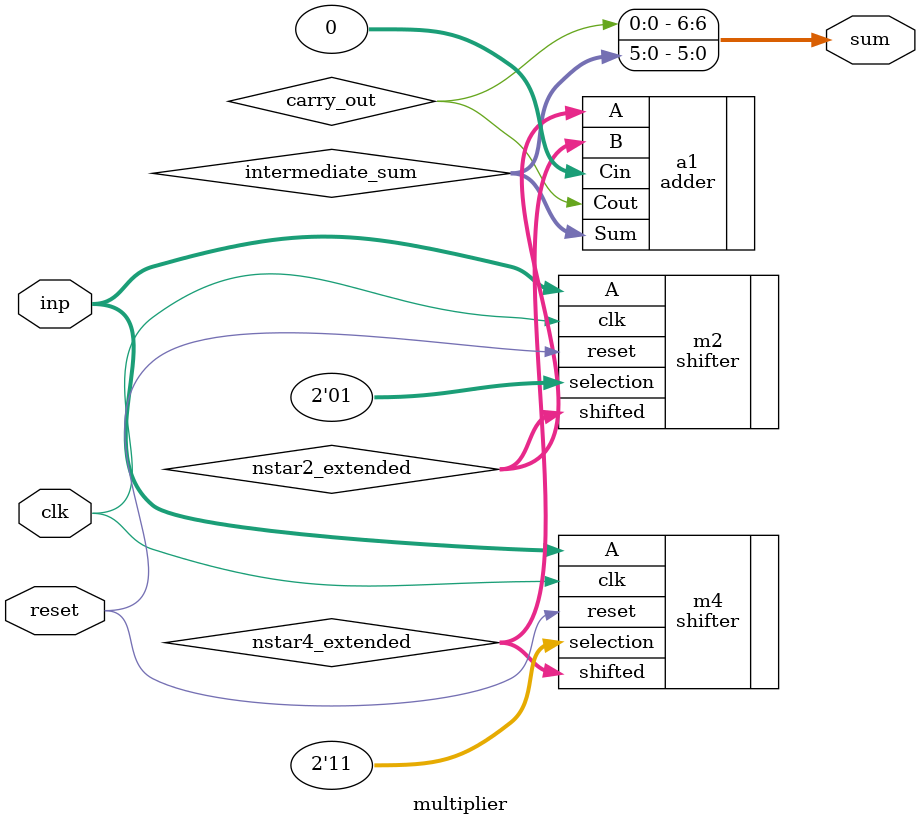
<source format=v>
`timescale 1ns / 1ps

module multiplier(
    input clk,
    input reset,
    input [3:0] inp,
    output [6:0] sum  // Updated to 7-bit output
);
    wire [5:0] nstar2_extended; 
    wire [5:0] nstar4_extended;
    wire [5:0] intermediate_sum; // This is a temporary 6-bit sum from the adder
    wire carry_out;  // Temporary carry out

    // Instantiate shifter modules with corrected bit widths
    shifter m2(.clk(clk), .reset(reset), .A(inp), .selection(2'b01), .shifted(nstar2_extended));
    shifter m4(.clk(clk), .reset(reset), .A(inp), .selection(2'b11), .shifted(nstar4_extended));

    // Use an adder to sum the outputs of the shift registers
    adder a1(
        .A(nstar2_extended), 
        .B(nstar4_extended), 
        .Cin(0), 
        .Sum(intermediate_sum), 
        .Cout(carry_out)
    );

    // Combine the sum and the carry out to form a 7-bit output
    assign sum = {carry_out, intermediate_sum};  // Prepend carry_out to intermediate_sum to form 7 bits

    // Print statements to observe values on every positive edge of the clock
    always @(posedge clk) begin
        if (!reset) begin  // Only display values when not in reset
            $display("Time: %t, Input: %b", $time, inp);
            $display("Shifted *2 (nstar2_extended): %b", nstar2_extended);
            $display("Shifted *4 (nstar4_extended): %b", nstar4_extended);
            $display("7-bit Sum: %b", sum);
        end
    end

    // Also print on reset to observe reset state
    always @(posedge reset) begin
        $display("Reset activated at time: %t", $time);
        $display("All outputs and intermediates are reset to zero or default states.");
    end
endmodule


</source>
